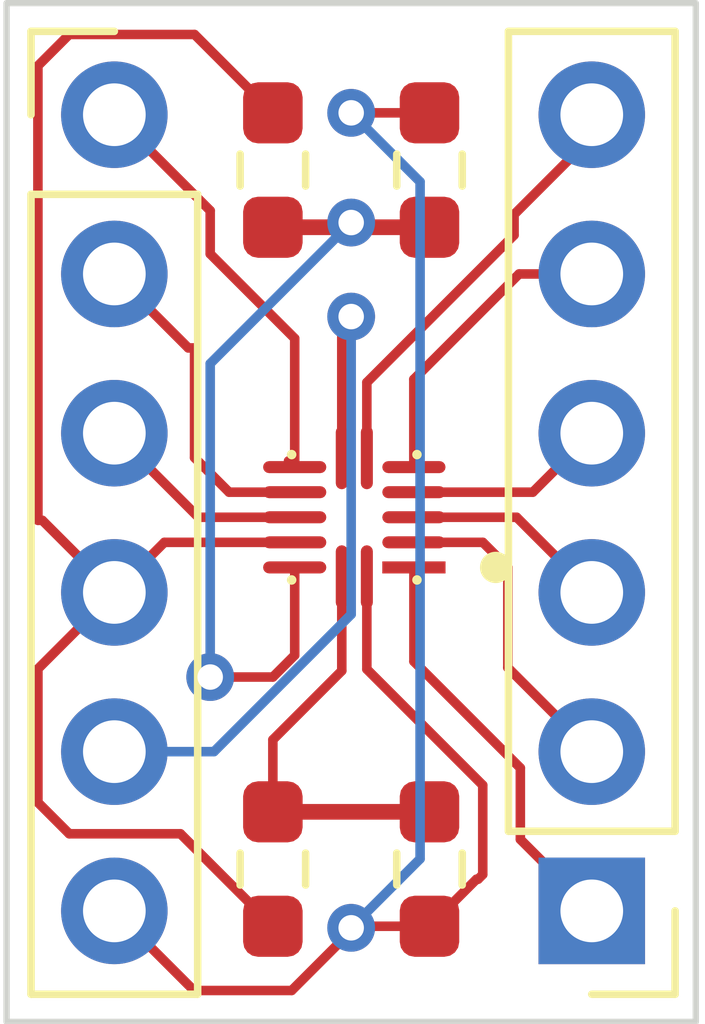
<source format=kicad_pcb>
(kicad_pcb (version 20230410) (generator pcbnew)
  (layers (0 "F.Cu" signal) (31 "B.Cu" signal) (34 "B.Paste" user) (35 "F.Paste" user) (36 "B.SilkS" user "B.Silkscreen") (37 "F.SilkS" user "F.Silkscreen") (38 "B.Mask" user) (39 "F.Mask" user) (44 "Edge.Cuts" user))
  (net 0 "")
  (net 1 "Net-(J1-Pin_4)")
  (net 2 "Net-(J1-Pin_6)")
  (net 3 "Net-(J2-Pin_1)")
  (net 4 "Net-(J2-Pin_2)")
  (net 5 "Net-(J2-Pin_3)")
  (net 6 "Net-(J2-Pin_4)")
  (net 7 "Net-(J2-Pin_5)")
  (net 8 "Net-(J2-Pin_6)")
  (net 9 "Net-(J1-Pin_5)")
  (net 10 "Net-(J1-Pin_1)")
  (net 11 "Net-(J1-Pin_2)")
  (net 12 "Net-(J1-Pin_3)")
  (net 13 "Net-(U1-A1)")
  (net 14 "Net-(U1-A0)")
  (footprint "Resistor_SMD:R_0603_1608Metric_Pad0.98x0.95mm_HandSolder" (layer "F.Cu") (at 111.75 93.3125 90)
    (fp_text reference "R3" hide)
    (fp_text value "R_US" hide)
    (fp_line (start -0.254724 -0.5225) (end 0.254724 -0.5225) (stroke (width 0.12)) (layer "F.SilkS"))
    (fp_line (start -0.254724 0.5225) (end 0.254724 0.5225) (stroke (width 0.12)) (layer "F.SilkS"))
    (pad "1" smd roundrect (at -0.9125 0 90) (size 0.975 0.95) (layers "F.Cu" "F.Paste" "F.Mask") (net 1 "Net-(J1-Pin_4)"))
    (pad "2" smd roundrect (at 0.9125 0 90) (size 0.975 0.95) (layers "F.Cu" "F.Paste" "F.Mask") (net 14 "Net-(U1-A0)"))
  )
  (footprint "Resistor_SMD:R_0603_1608Metric_Pad0.98x0.95mm_HandSolder" (layer "F.Cu") (at 111.75 82.1625 -90)
    (fp_text reference "R4" hide)
    (fp_text value "R_US" hide)
    (fp_line (start -0.254724 0.5225) (end 0.254724 0.5225) (stroke (width 0.12)) (layer "F.SilkS"))
    (fp_line (start -0.254724 -0.5225) (end 0.254724 -0.5225) (stroke (width 0.12)) (layer "F.SilkS"))
    (pad "1" smd roundrect (at -0.9125 0 270) (size 0.975 0.95) (layers "F.Cu" "F.Paste" "F.Mask") (net 1 "Net-(J1-Pin_4)"))
    (pad "2" smd roundrect (at 0.9125 0 270) (size 0.975 0.95) (layers "F.Cu" "F.Paste" "F.Mask") (net 13 "Net-(U1-A1)"))
  )
  (footprint "Connector_PinHeader_2.54mm:PinHeader_1x06_P2.54mm_Vertical" (layer "F.Cu") (at 116.84 93.98 180)
    (fp_text reference "J2" hide)
    (fp_text value "Conn_01x06_Pin" hide)
    (fp_line (start 1.33 1.27) (end 1.33 14.03) (stroke (width 0.12)) (layer "F.SilkS"))
    (fp_line (start -1.33 14.03) (end 1.33 14.03) (stroke (width 0.12)) (layer "F.SilkS"))
    (fp_line (start -1.33 1.27) (end 1.33 1.27) (stroke (width 0.12)) (layer "F.SilkS"))
    (fp_line (start -1.33 1.27) (end -1.33 14.03) (stroke (width 0.12)) (layer "F.SilkS"))
    (fp_line (start -1.33 0) (end -1.33 -1.33) (stroke (width 0.12)) (layer "F.SilkS"))
    (fp_line (start -1.33 -1.33) (end 0 -1.33) (stroke (width 0.12)) (layer "F.SilkS"))
    (pad "1" thru_hole rect (at 0 0 180) (size 1.7 1.7) (drill 1) (layers "*.Cu" "*.Mask") (net 3 "Net-(J2-Pin_1)"))
    (pad "2" thru_hole oval (at 0 2.54 180) (size 1.7 1.7) (drill 1) (layers "*.Cu" "*.Mask") (net 4 "Net-(J2-Pin_2)"))
    (pad "3" thru_hole oval (at 0 5.08 180) (size 1.7 1.7) (drill 1) (layers "*.Cu" "*.Mask") (net 5 "Net-(J2-Pin_3)"))
    (pad "4" thru_hole oval (at 0 7.62 180) (size 1.7 1.7) (drill 1) (layers "*.Cu" "*.Mask") (net 6 "Net-(J2-Pin_4)"))
    (pad "5" thru_hole oval (at 0 10.16 180) (size 1.7 1.7) (drill 1) (layers "*.Cu" "*.Mask") (net 7 "Net-(J2-Pin_5)"))
    (pad "6" thru_hole oval (at 0 12.7 180) (size 1.7 1.7) (drill 1) (layers "*.Cu" "*.Mask") (net 8 "Net-(J2-Pin_6)"))
  )
  (footprint "Package_SON:Texas_Instruments-RUC0014A-0-0-IPC_A" (layer "F.Cu") (at 113.05 87.701248 180)
    (fp_text reference "U1" hide)
    (fp_text value "TPL0102-100RUCR" hide)
    (fp_line (start 1 1) (end 1 1) (stroke (width 0.15)) (layer "F.SilkS"))
    (fp_line (start 1 1) (end 1 1) (stroke (width 0.15)) (layer "F.SilkS"))
    (fp_line (start 1 -1) (end 1 -1) (stroke (width 0.15)) (layer "F.SilkS"))
    (fp_line (start 1 -1) (end 1 -1) (stroke (width 0.15)) (layer "F.SilkS"))
    (fp_line (start -1 1) (end -1 1) (stroke (width 0.15)) (layer "F.SilkS"))
    (fp_line (start -1 1) (end -1 1) (stroke (width 0.15)) (layer "F.SilkS"))
    (fp_line (start -1 -1) (end -1 -1) (stroke (width 0.15)) (layer "F.SilkS"))
    (fp_line (start -1 -1) (end -1 -1) (stroke (width 0.15)) (layer "F.SilkS"))
    (fp_circle (center -2.256066 -0.8) (end -2.131066 -0.8) (stroke (width 0.25)) (fill none) (layer "F.SilkS"))
    (pad "1" smd rect (at -0.951247 -0.8 180) (size 1.009637 0.192474) (layers "F.Cu" "F.Paste" "F.Mask") (net 3 "Net-(J2-Pin_1)"))
    (pad "2" smd roundrect (at -0.951247 -0.4 180) (size 1.009637 0.192474) (layers "F.Cu" "F.Paste" "F.Mask") (roundrect_rratio 0.5) (net 4 "Net-(J2-Pin_2)"))
    (pad "3" smd roundrect (at -0.951247 0 180) (size 1.009637 0.192474) (layers "F.Cu" "F.Paste" "F.Mask") (roundrect_rratio 0.5) (net 5 "Net-(J2-Pin_3)"))
    (pad "4" smd roundrect (at -0.951247 0.4 180) (size 1.009637 0.192474) (layers "F.Cu" "F.Paste" "F.Mask") (roundrect_rratio 0.5) (net 6 "Net-(J2-Pin_4)"))
    (pad "5" smd roundrect (at -0.951247 0.8 180) (size 1.009637 0.192474) (layers "F.Cu" "F.Paste" "F.Mask") (roundrect_rratio 0.5) (net 7 "Net-(J2-Pin_5)"))
    (pad "6" smd roundrect (at -0.2 0.951248 180) (size 0.192474 1.009637) (layers "F.Cu" "F.Paste" "F.Mask") (roundrect_rratio 0.5) (net 8 "Net-(J2-Pin_6)"))
    (pad "7" smd roundrect (at 0.2 0.951248 180) (size 0.192474 1.009637) (layers "F.Cu" "F.Paste" "F.Mask") (roundrect_rratio 0.5) (net 9 "Net-(J1-Pin_5)"))
    (pad "8" smd roundrect (at 0.951248 0.8 180) (size 1.009637 0.192474) (layers "F.Cu" "F.Paste" "F.Mask") (roundrect_rratio 0.5) (net 10 "Net-(J1-Pin_1)"))
    (pad "9" smd roundrect (at 0.951248 0.4 180) (size 1.009637 0.192474) (layers "F.Cu" "F.Paste" "F.Mask") (roundrect_rratio 0.5) (net 11 "Net-(J1-Pin_2)"))
    (pad "10" smd roundrect (at 0.951248 0 180) (size 1.009637 0.192474) (layers "F.Cu" "F.Paste" "F.Mask") (roundrect_rratio 0.5) (net 12 "Net-(J1-Pin_3)"))
    (pad "11" smd roundrect (at 0.951248 -0.4 180) (size 1.009637 0.192474) (layers "F.Cu" "F.Paste" "F.Mask") (roundrect_rratio 0.5) (net 1 "Net-(J1-Pin_4)"))
    (pad "12" smd roundrect (at 0.951248 -0.8 180) (size 1.009637 0.192474) (layers "F.Cu" "F.Paste" "F.Mask") (roundrect_rratio 0.5) (net 13 "Net-(U1-A1)"))
    (pad "13" smd roundrect (at 0.2 -0.951247 180) (size 0.192474 1.009637) (layers "F.Cu" "F.Paste" "F.Mask") (roundrect_rratio 0.5) (net 14 "Net-(U1-A0)"))
    (pad "14" smd roundrect (at -0.2 -0.951247 180) (size 0.192474 1.009637) (layers "F.Cu" "F.Paste" "F.Mask") (roundrect_rratio 0.5) (net 2 "Net-(J1-Pin_6)"))
  )
  (footprint "Connector_PinHeader_2.54mm:PinHeader_1x06_P2.54mm_Vertical" (layer "F.Cu") (at 109.22 81.28)
    (fp_text reference "J1" hide)
    (fp_text value "Conn_01x06_Pin" hide)
    (fp_line (start -1.33 -1.33) (end 0 -1.33) (stroke (width 0.12)) (layer "F.SilkS"))
    (fp_line (start -1.33 0) (end -1.33 -1.33) (stroke (width 0.12)) (layer "F.SilkS"))
    (fp_line (start -1.33 1.27) (end -1.33 14.03) (stroke (width 0.12)) (layer "F.SilkS"))
    (fp_line (start -1.33 1.27) (end 1.33 1.27) (stroke (width 0.12)) (layer "F.SilkS"))
    (fp_line (start -1.33 14.03) (end 1.33 14.03) (stroke (width 0.12)) (layer "F.SilkS"))
    (fp_line (start 1.33 1.27) (end 1.33 14.03) (stroke (width 0.12)) (layer "F.SilkS"))
    (pad "1" thru_hole circle (at 0 0) (size 1.7 1.7) (drill 1) (layers "*.Cu" "*.Mask") (net 10 "Net-(J1-Pin_1)"))
    (pad "2" thru_hole oval (at 0 2.54) (size 1.7 1.7) (drill 1) (layers "*.Cu" "*.Mask") (net 11 "Net-(J1-Pin_2)"))
    (pad "3" thru_hole oval (at 0 5.08) (size 1.7 1.7) (drill 1) (layers "*.Cu" "*.Mask") (net 12 "Net-(J1-Pin_3)"))
    (pad "4" thru_hole oval (at 0 7.62) (size 1.7 1.7) (drill 1) (layers "*.Cu" "*.Mask") (net 1 "Net-(J1-Pin_4)"))
    (pad "5" thru_hole oval (at 0 10.16) (size 1.7 1.7) (drill 1) (layers "*.Cu" "*.Mask") (net 9 "Net-(J1-Pin_5)"))
    (pad "6" thru_hole oval (at 0 12.7) (size 1.7 1.7) (drill 1) (layers "*.Cu" "*.Mask") (net 2 "Net-(J1-Pin_6)"))
  )
  (footprint "Resistor_SMD:R_0603_1608Metric_Pad0.98x0.95mm_HandSolder" (layer "F.Cu") (at 114.25 82.1625 90)
    (fp_text reference "R1" hide)
    (fp_text value "R_US" hide)
    (fp_line (start -0.254724 -0.5225) (end 0.254724 -0.5225) (stroke (width 0.12)) (layer "F.SilkS"))
    (fp_line (start -0.254724 0.5225) (end 0.254724 0.5225) (stroke (width 0.12)) (layer "F.SilkS"))
    (pad "1" smd roundrect (at -0.9125 0 90) (size 0.975 0.95) (layers "F.Cu" "F.Paste" "F.Mask") (net 13 "Net-(U1-A1)"))
    (pad "2" smd roundrect (at 0.9125 0 90) (size 0.975 0.95) (layers "F.Cu" "F.Paste" "F.Mask") (net 2 "Net-(J1-Pin_6)"))
  )
  (footprint "Resistor_SMD:R_0603_1608Metric_Pad0.98x0.95mm_HandSolder" (layer "F.Cu") (at 114.25 93.3125 -90)
    (fp_text reference "R2" hide)
    (fp_text value "R_US" hide)
    (fp_line (start -0.254724 0.5225) (end 0.254724 0.5225) (stroke (width 0.12)) (layer "F.SilkS"))
    (fp_line (start -0.254724 -0.5225) (end 0.254724 -0.5225) (stroke (width 0.12)) (layer "F.SilkS"))
    (pad "1" smd roundrect (at -0.9125 0 270) (size 0.975 0.95) (layers "F.Cu" "F.Paste" "F.Mask") (net 14 "Net-(U1-A0)"))
    (pad "2" smd roundrect (at 0.9125 0 270) (size 0.975 0.95) (layers "F.Cu" "F.Paste" "F.Mask") (net 2 "Net-(J1-Pin_6)"))
  )
  (gr_rect (start 107.5 79.5) (end 118.5 95.75) (stroke (width 0.1)) (fill none) (layer "Edge.Cuts"))
  (segment (start 108 87.75) (end 108.07 87.75) (width 0.1524) (layer "F.Cu") (net 1))
  (segment (start 108.5 80) (end 108 80.5) (width 0.1524) (layer "F.Cu") (net 1))
  (segment (start 111.75 81.25) (end 110.5 80) (width 0.1524) (layer "F.Cu") (net 1))
  (segment (start 108.5 92.75) (end 108 92.25) (width 0.1524) (layer "F.Cu") (net 1))
  (segment (start 108 90.12) (end 109.22 88.9) (width 0.1524) (layer "F.Cu") (net 1))
  (segment (start 110.018752 88.101248) (end 109.22 88.9) (width 0.1524) (layer "F.Cu") (net 1))
  (segment (start 108 80.5) (end 108 87.75) (width 0.1524) (layer "F.Cu") (net 1))
  (segment (start 108.07 87.75) (end 109.22 88.9) (width 0.1524) (layer "F.Cu") (net 1))
  (segment (start 108 92.25) (end 108 90.12) (width 0.1524) (layer "F.Cu") (net 1))
  (segment (start 110.5 80) (end 108.5 80) (width 0.1524) (layer "F.Cu") (net 1))
  (segment (start 111.75 94.225) (end 110.275 92.75) (width 0.1524) (layer "F.Cu") (net 1))
  (segment (start 110.275 92.75) (end 108.5 92.75) (width 0.1524) (layer "F.Cu") (net 1))
  (segment (start 112.098752 88.101248) (end 110.018752 88.101248) (width 0.1524) (layer "F.Cu") (net 1))
  (segment (start 115.1 91.975) (end 113.25 90.125) (width 0.1524) (layer "F.Cu") (net 2))
  (segment (start 112.05 95.25) (end 110.49 95.25) (width 0.1524) (layer "F.Cu") (net 2))
  (segment (start 113 94.3) (end 113 94.25) (width 0.1524) (layer "F.Cu") (net 2))
  (segment (start 114.25 94.225) (end 113.075 94.225) (width 0.1524) (layer "F.Cu") (net 2))
  (segment (start 114.25 81.25) (end 113 81.25) (width 0.1524) (layer "F.Cu") (net 2))
  (segment (start 112.05 95.25) (end 113 94.3) (width 0.1524) (layer "F.Cu") (net 2))
  (segment (start 110.49 95.25) (end 109.22 93.98) (width 0.1524) (layer "F.Cu") (net 2))
  (segment (start 115.1 93.4) (end 115.1 91.975) (width 0.1524) (layer "F.Cu") (net 2))
  (segment (start 115.025 93.475) (end 115.1 93.4) (width 0.1524) (layer "F.Cu") (net 2))
  (segment (start 115 93.475) (end 115.025 93.475) (width 0.1524) (layer "F.Cu") (net 2))
  (segment (start 113.25 90.125) (end 113.25 88.652495) (width 0.1524) (layer "F.Cu") (net 2))
  (segment (start 114.25 94.225) (end 115 93.475) (width 0.1524) (layer "F.Cu") (net 2))
  (via (at 113 94.25) (size 0.762) (drill 0.4064) (layers "F.Cu" "B.Cu") (net 2))
  (via (at 113 81.25) (size 0.762) (drill 0.4064) (layers "F.Cu" "B.Cu") (net 2))
  (segment (start 114.1 93.15) (end 113 94.25) (width 0.1524) (layer "B.Cu") (net 2))
  (segment (start 113 81.25) (end 114.1 82.35) (width 0.1524) (layer "B.Cu") (net 2))
  (segment (start 114.1 82.35) (end 114.1 93.15) (width 0.1524) (layer "B.Cu") (net 2))
  (segment (start 115.7 91.7) (end 114.001247 90.001247) (width 0.1524) (layer "F.Cu") (net 3))
  (segment (start 116.84 93.98) (end 115.7 92.84) (width 0.1524) (layer "F.Cu") (net 3))
  (segment (start 114.001247 90.001247) (end 114.001247 88.501248) (width 0.1524) (layer "F.Cu") (net 3))
  (segment (start 115.7 92.84) (end 115.7 91.7) (width 0.1524) (layer "F.Cu") (net 3))
  (segment (start 115.101248 88.101248) (end 115.5 88.5) (width 0.1524) (layer "F.Cu") (net 4))
  (segment (start 114.001247 88.101248) (end 115.101248 88.101248) (width 0.1524) (layer "F.Cu") (net 4))
  (segment (start 115.5 90.1) (end 116.84 91.44) (width 0.1524) (layer "F.Cu") (net 4))
  (segment (start 115.5 88.5) (end 115.5 90.1) (width 0.1524) (layer "F.Cu") (net 4))
  (segment (start 114.001247 87.701248) (end 115.641248 87.701248) (width 0.1524) (layer "F.Cu") (net 5))
  (segment (start 115.641248 87.701248) (end 116.84 88.9) (width 0.1524) (layer "F.Cu") (net 5))
  (segment (start 115.898752 87.301248) (end 116.84 86.36) (width 0.1524) (layer "F.Cu") (net 6))
  (segment (start 114.001247 87.301248) (end 115.898752 87.301248) (width 0.1524) (layer "F.Cu") (net 6))
  (segment (start 115.68 83.82) (end 116.84 83.82) (width 0.1524) (layer "F.Cu") (net 7))
  (segment (start 114 85.5) (end 115.68 83.82) (width 0.1524) (layer "F.Cu") (net 7))
  (segment (start 114 86.900001) (end 114 85.5) (width 0.1524) (layer "F.Cu") (net 7))
  (segment (start 114.001247 86.901248) (end 114 86.900001) (width 0.1524) (layer "F.Cu") (net 7))
  (segment (start 115.6 83.2) (end 113.25 85.55) (width 0.1524) (layer "F.Cu") (net 8))
  (segment (start 115.6 82.871665) (end 115.6 83.2) (width 0.1524) (layer "F.Cu") (net 8))
  (segment (start 116.84 81.28) (end 116.84 81.631665) (width 0.1524) (layer "F.Cu") (net 8))
  (segment (start 116.84 81.631665) (end 115.6 82.871665) (width 0.1524) (layer "F.Cu") (net 8))
  (segment (start 113.25 85.55) (end 113.25 86.75) (width 0.1524) (layer "F.Cu") (net 8))
  (segment (start 112.85 84.65) (end 113 84.5) (width 0.1524) (layer "F.Cu") (net 9))
  (segment (start 112.85 86.75) (end 112.85 84.65) (width 0.1524) (layer "F.Cu") (net 9))
  (via (at 113 84.5) (size 0.762) (drill 0.4064) (layers "F.Cu" "B.Cu") (net 9))
  (segment (start 109.22 91.44) (end 110.81 91.44) (width 0.1524) (layer "B.Cu") (net 9))
  (segment (start 113 89.25) (end 113 84.5) (width 0.1524) (layer "B.Cu") (net 9))
  (segment (start 110.81 91.44) (end 113 89.25) (width 0.1524) (layer "B.Cu") (net 9))
  (segment (start 112 86.802496) (end 112.098752 86.901248) (width 0.1524) (layer "F.Cu") (net 10))
  (segment (start 109.22 81.28) (end 110.75 82.81) (width 0.1524) (layer "F.Cu") (net 10))
  (segment (start 110.75 83.5) (end 112.098752 84.848752) (width 0.1524) (layer "F.Cu") (net 10))
  (segment (start 110.75 82.81) (end 110.75 83.5) (width 0.1524) (layer "F.Cu") (net 10))
  (segment (start 112.098752 84.848752) (end 112.098752 86.901248) (width 0.1524) (layer "F.Cu") (net 10))
  (segment (start 110.5 85) (end 110.4 85) (width 0.1524) (layer "F.Cu") (net 11))
  (segment (start 111.051248 87.301248) (end 110.5 86.75) (width 0.1524) (layer "F.Cu") (net 11))
  (segment (start 110.4 85) (end 109.22 83.82) (width 0.1524) (layer "F.Cu") (net 11))
  (segment (start 110.5 86.75) (end 110.5 85) (width 0.1524) (layer "F.Cu") (net 11))
  (segment (start 112.098752 87.301248) (end 111.051248 87.301248) (width 0.1524) (layer "F.Cu") (net 11))
  (segment (start 112.098752 87.701248) (end 110.561248 87.701248) (width 0.1524) (layer "F.Cu") (net 12))
  (segment (start 110.561248 87.701248) (end 109.22 86.36) (width 0.1524) (layer "F.Cu") (net 12))
  (segment (start 112.098752 88.501248) (end 112.098752 89.901248) (width 0.1524) (layer "F.Cu") (net 13))
  (segment (start 111.75 90.25) (end 110.75 90.25) (width 0.1524) (layer "F.Cu") (net 13))
  (segment (start 112.098752 89.901248) (end 111.75 90.25) (width 0.1524) (layer "F.Cu") (net 13))
  (segment (start 111.75 83.075) (end 114.25 83.075) (width 0.25) (layer "F.Cu") (net 13))
  (via (at 113 83) (size 0.762) (drill 0.4064) (layers "F.Cu" "B.Cu") (net 13))
  (via (at 110.75 90.25) (size 0.762) (drill 0.4064) (layers "F.Cu" "B.Cu") (net 13))
  (segment (start 110.75 85.25) (end 113 83) (width 0.1524) (layer "B.Cu") (net 13))
  (segment (start 110.75 90.25) (end 110.75 85.25) (width 0.1524) (layer "B.Cu") (net 13))
  (segment (start 111.75 91.25) (end 111.75 92.4) (width 0.1524) (layer "F.Cu") (net 14))
  (segment (start 112.85 90.15) (end 111.75 91.25) (width 0.1524) (layer "F.Cu") (net 14))
  (segment (start 111.75 92.4) (end 114.25 92.4) (width 0.25) (layer "F.Cu") (net 14))
  (segment (start 112.85 88.652495) (end 112.85 90.15) (width 0.1524) (layer "F.Cu") (net 14))
)
</source>
